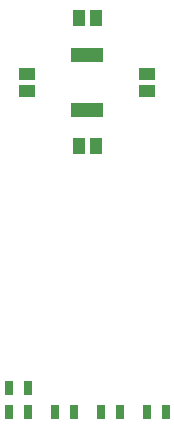
<source format=gtp>
G04*
G04 #@! TF.GenerationSoftware,Altium Limited,Altium Designer,20.1.14 (287)*
G04*
G04 Layer_Color=8421504*
%FSLAX24Y24*%
%MOIN*%
G70*
G04*
G04 #@! TF.SameCoordinates,23AC58D6-5B4B-4A95-99CB-50BEC43C13F9*
G04*
G04*
G04 #@! TF.FilePolarity,Positive*
G04*
G01*
G75*
%ADD13R,0.0315X0.0492*%
%ADD14R,0.0534X0.0415*%
%ADD15R,0.0415X0.0534*%
%ADD16R,0.1063X0.0492*%
D13*
X-1985Y-11000D02*
D03*
X-2615D02*
D03*
Y-10200D02*
D03*
X-1985D02*
D03*
X2615Y-11000D02*
D03*
X1985D02*
D03*
X-452D02*
D03*
X-1082D02*
D03*
X1082D02*
D03*
X452D02*
D03*
D14*
X-2000Y286D02*
D03*
Y-286D02*
D03*
X2000Y286D02*
D03*
Y-286D02*
D03*
D15*
X286Y-2130D02*
D03*
X-286D02*
D03*
X286Y2130D02*
D03*
X-286D02*
D03*
D16*
X0Y-925D02*
D03*
Y925D02*
D03*
M02*

</source>
